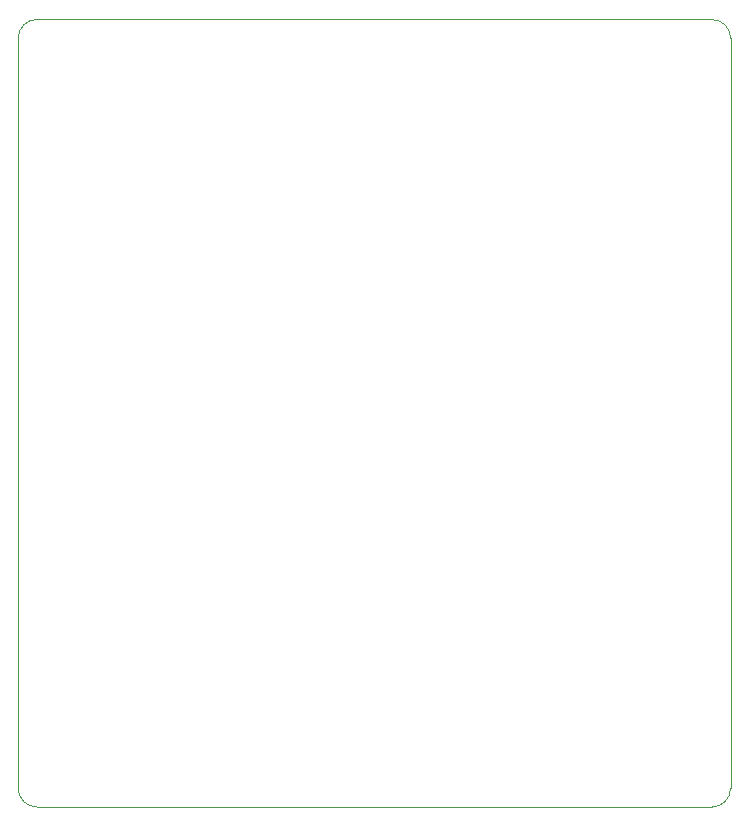
<source format=gbr>
%TF.GenerationSoftware,KiCad,Pcbnew,(5.1.8)-1*%
%TF.CreationDate,2020-11-20T23:41:01-06:00*%
%TF.ProjectId,testpcb,74657374-7063-4622-9e6b-696361645f70,0*%
%TF.SameCoordinates,Original*%
%TF.FileFunction,Profile,NP*%
%FSLAX46Y46*%
G04 Gerber Fmt 4.6, Leading zero omitted, Abs format (unit mm)*
G04 Created by KiCad (PCBNEW (5.1.8)-1) date 2020-11-20 23:41:01*
%MOMM*%
%LPD*%
G01*
G04 APERTURE LIST*
%TA.AperFunction,Profile*%
%ADD10C,0.050000*%
%TD*%
G04 APERTURE END LIST*
D10*
X47625000Y-88900000D02*
X104775000Y-88900000D01*
X46037500Y-23812500D02*
X46037500Y-87312500D01*
X104775000Y-22225000D02*
X47625000Y-22225000D01*
X106362500Y-23812500D02*
X106362500Y-87312500D01*
X106362500Y-87312500D02*
G75*
G02*
X104775000Y-88900000I-1587500J0D01*
G01*
X47625000Y-88900000D02*
G75*
G02*
X46037500Y-87312500I0J1587500D01*
G01*
X46037500Y-23812500D02*
G75*
G02*
X47625000Y-22225000I1587500J0D01*
G01*
X104775000Y-22225000D02*
G75*
G02*
X106362500Y-23812500I0J-1587500D01*
G01*
M02*

</source>
